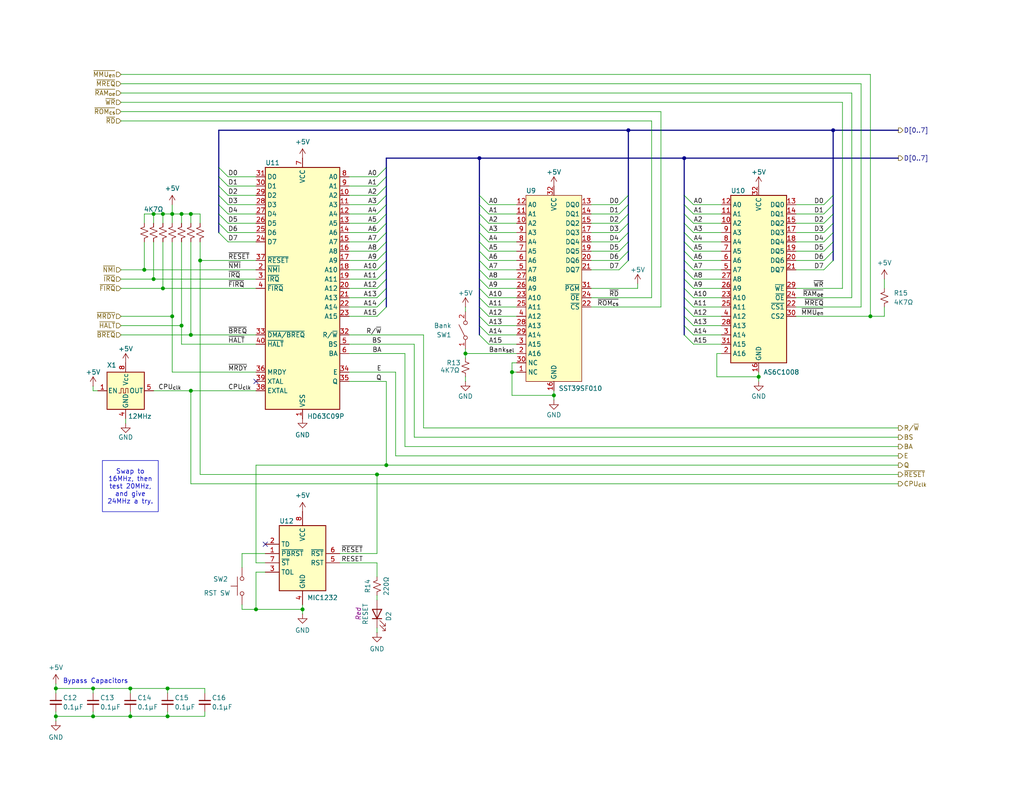
<source format=kicad_sch>
(kicad_sch (version 20250114) (generator "eeschema") (generator_version "9.0")
  (paper "USLetter")
  (title_block (company "Frédéric \"MicroHobbyist\" Segard"))
  (lib_symbols
    (symbol "CPU_NXP_6800:MC6809"
      (property "Reference" "U" (at -7.62 34.29 0))
      (property "Value" "MC6809" (at 10.16 34.29 0))
      (symbol "MC6809_0_1"
        (rectangle (start -10.16 -33.02) (end 10.16 33.02) (stroke (width 0.254)) (fill (type background)))
      )
      (symbol "MC6809_1_1"
        (pin bidirectional line (at -12.7 30.48 0) (length 2.54) (name "D0") (number "31"))
        (pin bidirectional line (at -12.7 27.94 0) (length 2.54) (name "D1") (number "30"))
        (pin bidirectional line (at -12.7 25.4 0) (length 2.54) (name "D2") (number "29"))
        (pin bidirectional line (at -12.7 22.86 0) (length 2.54) (name "D3") (number "28"))
        (pin bidirectional line (at -12.7 20.32 0) (length 2.54) (name "D4") (number "27"))
        (pin bidirectional line (at -12.7 17.78 0) (length 2.54) (name "D5") (number "26"))
        (pin bidirectional line (at -12.7 15.24 0) (length 2.54) (name "D6") (number "25"))
        (pin bidirectional line (at -12.7 12.7 0) (length 2.54) (name "D7") (number "24"))
        (pin input line (at -12.7 7.62 0) (length 2.54) (name "~{RESET}") (number "37"))
        (pin input line (at -12.7 5.08 0) (length 2.54) (name "~{NMI}") (number "2"))
        (pin input line (at -12.7 2.54 0) (length 2.54) (name "~{IRQ}") (number "3"))
        (pin input line (at -12.7 0 0) (length 2.54) (name "~{FIRQ}") (number "4"))
        (pin input line (at -12.7 -12.7 0) (length 2.54) (name "~{DMA/BREQ}") (number "33"))
        (pin input line (at -12.7 -15.24 0) (length 2.54) (name "~{HALT}") (number "40"))
        (pin input line (at -12.7 -22.86 0) (length 2.54) (name "MRDY") (number "36"))
        (pin input line (at -12.7 -25.4 0) (length 2.54) (name "XTAL") (number "39"))
        (pin input line (at -12.7 -27.94 0) (length 2.54) (name "EXTAL") (number "38"))
        (pin power_in line (at 0 35.56 270) (length 2.54) (name "VCC") (number "7"))
        (pin power_in line (at 0 -35.56 90) (length 2.54) (name "VSS") (number "1"))
        (pin output line (at 12.7 30.48 180) (length 2.54) (name "A0") (number "8"))
        (pin output line (at 12.7 27.94 180) (length 2.54) (name "A1") (number "9"))
        (pin output line (at 12.7 25.4 180) (length 2.54) (name "A2") (number "10"))
        (pin output line (at 12.7 22.86 180) (length 2.54) (name "A3") (number "11"))
        (pin output line (at 12.7 20.32 180) (length 2.54) (name "A4") (number "12"))
        (pin output line (at 12.7 17.78 180) (length 2.54) (name "A5") (number "13"))
        (pin output line (at 12.7 15.24 180) (length 2.54) (name "A6") (number "14"))
        (pin output line (at 12.7 12.7 180) (length 2.54) (name "A7") (number "15"))
        (pin output line (at 12.7 10.16 180) (length 2.54) (name "A8") (number "16"))
        (pin output line (at 12.7 7.62 180) (length 2.54) (name "A9") (number "17"))
        (pin output line (at 12.7 5.08 180) (length 2.54) (name "A10") (number "18"))
        (pin output line (at 12.7 2.54 180) (length 2.54) (name "A11") (number "19"))
        (pin output line (at 12.7 0 180) (length 2.54) (name "A12") (number "20"))
        (pin output line (at 12.7 -2.54 180) (length 2.54) (name "A13") (number "21"))
        (pin output line (at 12.7 -5.08 180) (length 2.54) (name "A14") (number "22"))
        (pin output line (at 12.7 -7.62 180) (length 2.54) (name "A15") (number "23"))
        (pin output line (at 12.7 -12.7 180) (length 2.54) (name "R/~{W}") (number "32"))
        (pin output line (at 12.7 -15.24 180) (length 2.54) (name "BS") (number "5"))
        (pin output line (at 12.7 -17.78 180) (length 2.54) (name "BA") (number "6"))
        (pin output line (at 12.7 -22.86 180) (length 2.54) (name "E") (number "34"))
        (pin output line (at 12.7 -25.4 180) (length 2.54) (name "Q") (number "35"))
      )
    )
    (symbol "Device:C_Small" (pin_numbers (hide yes)) (pin_names (offset 0.254) (hide yes))
      (property "Reference" "C" (at 0.254 1.778 0))
      (property "Value" "C_Small" (at 0.254 -2.032 0))
      (symbol "C_Small_0_1"
        (polyline (pts (xy -1.524 0.508) (xy 1.524 0.508)) (stroke (width 0.3048)))
        (polyline (pts (xy -1.524 -0.508) (xy 1.524 -0.508)) (stroke (width 0.3302)))
      )
      (symbol "C_Small_1_1"
        (pin passive line (at 0 2.54 270) (length 2.032) (name "~") (number "1"))
        (pin passive line (at 0 -2.54 90) (length 2.032) (name "~") (number "2"))
      )
    )
    (symbol "Device:LED" (pin_numbers (hide yes)) (pin_names (offset 1.016) (hide yes))
      (property "Reference" "D" (at 0 2.54 0))
      (property "Value" "LED" (at 0 -2.54 0))
      (symbol "LED_0_1"
        (polyline (pts (xy -3.048 -0.762) (xy -4.572 -2.286) (xy -3.81 -2.286) (xy -4.572 -2.286) (xy -4.572 -1.524)))
        (polyline (pts (xy -1.778 -0.762) (xy -3.302 -2.286) (xy -2.54 -2.286) (xy -3.302 -2.286) (xy -3.302 -1.524)))
        (polyline (pts (xy -1.27 0) (xy 1.27 0)))
        (polyline (pts (xy -1.27 -1.27) (xy -1.27 1.27)) (stroke (width 0.254)))
        (polyline (pts (xy 1.27 -1.27) (xy 1.27 1.27) (xy -1.27 0) (xy 1.27 -1.27)) (stroke (width 0.254)))
      )
      (symbol "LED_1_1"
        (pin passive line (at -3.81 0 0) (length 2.54) (name "K") (number "1"))
        (pin passive line (at 3.81 0 180) (length 2.54) (name "A") (number "2"))
      )
    )
    (symbol "Device:R_Small_US" (pin_numbers (hide yes)) (pin_names (offset 0.254) (hide yes))
      (property "Reference" "R" (at 0.762 0.508 0))
      (property "Value" "R_Small_US" (at 0.762 -1.016 0))
      (symbol "R_Small_US_1_1"
        (polyline (pts (xy 0 1.524) (xy 1.016 1.143) (xy 0 0.762) (xy -1.016 0.381) (xy 0 0)))
        (polyline (pts (xy 0 0) (xy 1.016 -0.381) (xy 0 -0.762) (xy -1.016 -1.143) (xy 0 -1.524)))
        (pin passive line (at 0 2.54 270) (length 1.016) (name "~") (number "1"))
        (pin passive line (at 0 -2.54 90) (length 1.016) (name "~") (number "2"))
      )
    )
    (symbol "MicroHobbyist:AS6C1008"
      (property "Reference" "U" (at -7.62 23.495 0))
      (property "Value" "AS6C1008" (at 1.27 -25.4 0))
      (symbol "AS6C1008_0_0"
        (pin power_in line (at 0 25.4 270) (length 2.54) (name "VCC") (number "32"))
        (pin power_in line (at 0 -25.4 90) (length 2.54) (name "GND") (number "16"))
      )
      (symbol "AS6C1008_0_1"
        (rectangle (start -7.62 22.86) (end 7.62 -22.86) (stroke (width 0.254)) (fill (type background)))
      )
      (symbol "AS6C1008_1_1"
        (pin input line (at -10.16 20.32 0) (length 2.54) (name "A0") (number "12"))
        (pin input line (at -10.16 17.78 0) (length 2.54) (name "A1") (number "11"))
        (pin input line (at -10.16 15.24 0) (length 2.54) (name "A2") (number "10"))
        (pin input line (at -10.16 12.7 0) (length 2.54) (name "A3") (number "9"))
        (pin input line (at -10.16 10.16 0) (length 2.54) (name "A4") (number "8"))
        (pin input line (at -10.16 7.62 0) (length 2.54) (name "A5") (number "7"))
        (pin input line (at -10.16 5.08 0) (length 2.54) (name "A6") (number "6"))
        (pin input line (at -10.16 2.54 0) (length 2.54) (name "A7") (number "5"))
        (pin input line (at -10.16 0 0) (length 2.54) (name "A8") (number "27"))
        (pin input line (at -10.16 -2.54 0) (length 2.54) (name "A9") (number "26"))
        (pin input line (at -10.16 -5.08 0) (length 2.54) (name "A10") (number "23"))
        (pin input line (at -10.16 -7.62 0) (length 2.54) (name "A11") (number "25"))
        (pin input line (at -10.16 -10.16 0) (length 2.54) (name "A12") (number "4"))
        (pin input line (at -10.16 -12.7 0) (length 2.54) (name "A13") (number "28"))
        (pin input line (at -10.16 -15.24 0) (length 2.54) (name "A14") (number "3"))
        (pin input line (at -10.16 -17.78 0) (length 2.54) (name "A15") (number "31"))
        (pin input line (at -10.16 -20.32 0) (length 2.54) (name "A16") (number "2"))
        (pin tri_state line (at 10.16 20.32 180) (length 2.54) (name "DQ0") (number "13"))
        (pin tri_state line (at 10.16 17.78 180) (length 2.54) (name "DQ1") (number "14"))
        (pin tri_state line (at 10.16 15.24 180) (length 2.54) (name "DQ2") (number "15"))
        (pin tri_state line (at 10.16 12.7 180) (length 2.54) (name "DQ3") (number "17"))
        (pin tri_state line (at 10.16 10.16 180) (length 2.54) (name "DQ4") (number "18"))
        (pin tri_state line (at 10.16 7.62 180) (length 2.54) (name "DQ5") (number "19"))
        (pin tri_state line (at 10.16 5.08 180) (length 2.54) (name "DQ6") (number "20"))
        (pin tri_state line (at 10.16 2.54 180) (length 2.54) (name "DQ7") (number "21"))
        (pin input line (at 10.16 -2.54 180) (length 2.54) (name "~{WE}") (number "29"))
        (pin input line (at 10.16 -5.08 180) (length 2.54) (name "~{OE}") (number "24"))
        (pin input line (at 10.16 -7.62 180) (length 2.54) (name "~{CS1}") (number "22"))
        (pin input line (at 10.16 -10.16 180) (length 2.54) (name "CS2") (number "30"))
        (pin no_connect line (at 10.16 -20.32 180) (length 2.54) (hide yes) (name "NC") (number "1"))
      )
    )
    (symbol "MicroHobbyist:MIC1232"
      (property "Reference" "U" (at -5.842 1.016 0))
      (property "Value" "MIC1232" (at 4.826 -19.558 0))
      (symbol "MIC1232_1_1"
        (rectangle (start -6.35 0) (end 6.35 -17.78) (stroke (width 0.254)) (fill (type background)))
        (pin input line (at -10.16 -5.08 0) (length 3.81) (name "TD") (number "2"))
        (pin input line (at -10.16 -7.62 0) (length 3.81) (name "~{PBRST}") (number "1"))
        (pin input line (at -10.16 -10.16 0) (length 3.81) (name "~{ST}") (number "7"))
        (pin input line (at -10.16 -12.7 0) (length 3.81) (name "TOL") (number "3"))
        (pin power_in line (at 0 3.81 270) (length 3.81) (name "VCC") (number "8"))
        (pin power_in line (at 0 -21.59 90) (length 3.81) (name "GND") (number "4"))
        (pin output line (at 10.16 -7.62 180) (length 3.81) (name "~{RST}") (number "6"))
        (pin output line (at 10.16 -10.16 180) (length 3.81) (name "RST") (number "5"))
      )
    )
    (symbol "MicroHobbyist:SST39SF010"
      (property "Reference" "U" (at -7.62 0 0))
      (property "Value" "SST39SF010" (at 1.27 0 0))
      (symbol "SST39SF010_0_0"
        (pin power_in line (at 0 2.54 270) (length 2.54) (name "VCC") (number "32"))
        (pin power_in line (at 0 -53.34 90) (length 2.54) (name "GND") (number "16"))
      )
      (symbol "SST39SF010_0_1"
        (rectangle (start -7.62 0) (end 7.62 -50.8) (fill (type background)))
      )
      (symbol "SST39SF010_1_1"
        (pin input line (at -10.16 -2.54 0) (length 2.54) (name "A0") (number "12"))
        (pin input line (at -10.16 -5.08 0) (length 2.54) (name "A1") (number "11"))
        (pin input line (at -10.16 -7.62 0) (length 2.54) (name "A2") (number "10"))
        (pin input line (at -10.16 -10.16 0) (length 2.54) (name "A3") (number "9"))
        (pin input line (at -10.16 -12.7 0) (length 2.54) (name "A4") (number "8"))
        (pin input line (at -10.16 -15.24 0) (length 2.54) (name "A5") (number "7"))
        (pin input line (at -10.16 -17.78 0) (length 2.54) (name "A6") (number "6"))
        (pin input line (at -10.16 -20.32 0) (length 2.54) (name "A7") (number "5"))
        (pin input line (at -10.16 -22.86 0) (length 2.54) (name "A8") (number "27"))
        (pin input line (at -10.16 -25.4 0) (length 2.54) (name "A9") (number "26"))
        (pin input line (at -10.16 -27.94 0) (length 2.54) (name "A10") (number "23"))
        (pin input line (at -10.16 -30.48 0) (length 2.54) (name "A11") (number "25"))
        (pin input line (at -10.16 -33.02 0) (length 2.54) (name "A12") (number "4"))
        (pin input line (at -10.16 -35.56 0) (length 2.54) (name "A13") (number "28"))
        (pin input line (at -10.16 -38.1 0) (length 2.54) (name "A14") (number "29"))
        (pin input line (at -10.16 -40.64 0) (length 2.54) (name "A15") (number "3"))
        (pin input line (at -10.16 -43.18 0) (length 2.54) (name "A16") (number "2"))
        (pin input line (at -10.16 -45.72 0) (length 2.54) (name "NC") (number "30"))
        (pin input line (at -10.16 -48.26 0) (length 2.54) (name "NC") (number "1"))
        (pin tri_state line (at 10.16 -2.54 180) (length 2.54) (name "DQ0") (number "13"))
        (pin tri_state line (at 10.16 -5.08 180) (length 2.54) (name "DQ1") (number "14"))
        (pin tri_state line (at 10.16 -7.62 180) (length 2.54) (name "DQ2") (number "15"))
        (pin tri_state line (at 10.16 -10.16 180) (length 2.54) (name "DQ3") (number "17"))
        (pin tri_state line (at 10.16 -12.7 180) (length 2.54) (name "DQ4") (number "18"))
        (pin tri_state line (at 10.16 -15.24 180) (length 2.54) (name "DQ5") (number "19"))
        (pin tri_state line (at 10.16 -17.78 180) (length 2.54) (name "DQ6") (number "20"))
        (pin tri_state line (at 10.16 -20.32 180) (length 2.54) (name "DQ7") (number "21"))
        (pin input line (at 10.16 -25.4 180) (length 2.54) (name "~{PGM}") (number "31"))
        (pin input line (at 10.16 -27.94 180) (length 2.54) (name "~{OE}") (number "24"))
        (pin input line (at 10.16 -30.48 180) (length 2.54) (name "~{CS}") (number "22"))
      )
    )
    (symbol "Oscillator:CXO_DIP8" (pin_names (offset 0.254))
      (property "Reference" "Y" (at -5.08 6.35 0))
      (property "Value" "CXO_DIP8" (at 1.27 -6.35 0))
      (symbol "CXO_DIP8_0_1"
        (rectangle (start -5.08 5.08) (end 5.08 -5.08) (stroke (width 0.254)) (fill (type background)))
        (polyline (pts (xy -1.905 -0.635) (xy -1.27 -0.635) (xy -1.27 0.635) (xy -0.635 0.635) (xy -0.635 -0.635) (xy 0 -0.635) (xy 0 0.635) (xy 0.635 0.635) (xy 0.635 -0.635)))
      )
      (symbol "CXO_DIP8_1_1"
        (pin input line (at -7.62 0 0) (length 2.54) (name "EN") (number "1"))
        (pin power_in line (at 0 7.62 270) (length 2.54) (name "Vcc") (number "8"))
        (pin power_in line (at 0 -7.62 90) (length 2.54) (name "GND") (number "4"))
        (pin output line (at 7.62 0 180) (length 2.54) (name "OUT") (number "5"))
      )
    )
    (symbol "Switch:SW_Push" (pin_numbers (hide yes)) (pin_names (offset 1.016) (hide yes))
      (property "Reference" "SW" (at 1.27 2.54 0))
      (property "Value" "SW_Push" (at 0 -1.524 0))
      (symbol "SW_Push_0_1"
        (circle (center -2.032 0) (radius 0.508))
        (polyline (pts (xy 0 1.27) (xy 0 3.048)))
        (circle (center 2.032 0) (radius 0.508))
        (polyline (pts (xy 2.54 1.27) (xy -2.54 1.27)))
        (pin passive line (at -5.08 0 0) (length 2.54) (name "1") (number "1"))
        (pin passive line (at 5.08 0 180) (length 2.54) (name "2") (number "2"))
      )
    )
    (symbol "Switch:SW_SPST" (pin_names (offset 0) (hide yes))
      (property "Reference" "SW" (at 0 3.175 0))
      (property "Value" "SW_SPST" (at 0 -2.54 0))
      (symbol "SW_SPST_0_0"
        (circle (center -2.032 0) (radius 0.508))
        (polyline (pts (xy -1.524 0.254) (xy 1.524 1.778)))
        (circle (center 2.032 0) (radius 0.508))
      )
      (symbol "SW_SPST_1_1"
        (pin passive line (at -5.08 0 0) (length 2.54) (name "A") (number "1"))
        (pin passive line (at 5.08 0 180) (length 2.54) (name "B") (number "2"))
      )
    )
    (symbol "power:+5V" (power) (pin_numbers (hide yes)) (pin_names (offset 0) (hide yes))
      (property "Value" "+5V" (at 0 3.556 0))
      (symbol "+5V_0_1"
        (polyline (pts (xy -0.762 1.27) (xy 0 2.54)))
        (polyline (pts (xy 0 2.54) (xy 0.762 1.27)))
        (polyline (pts (xy 0 0) (xy 0 2.54)))
      )
      (symbol "+5V_1_1"
        (pin power_in line (at 0 0 90) (length 0) (name "~") (number "1"))
      )
    )
    (symbol "power:GND" (power) (pin_numbers (hide yes)) (pin_names (offset 0) (hide yes))
      (property "Value" "GND" (at 0 -3.81 0))
      (symbol "GND_0_1"
        (polyline (pts (xy 0 0) (xy 0 -1.27) (xy 1.27 -1.27) (xy 0 -2.54) (xy -1.27 -1.27) (xy 0 -1.27)))
      )
      (symbol "GND_1_1"
        (pin power_in line (at 0 0 270) (length 0) (name "~") (number "1"))
      )
    )
  )
  (text "Bypass Capacitors" (at 17.145 186.055 0) (effects (font (size 1.27 1.27)) (justify left)))
  (text_box "Swap to 16MHz, then test 20MHz, and give 24MHz a try." (at 27.94 125.73 0) (size 15.24 13.97) (margins 0.9525 0.9525 0.9525 0.9525) (effects (font (size 1.27 1.27))))
  (junction (at 15.24 187.96))
  (junction (at 237.49 86.36))
  (junction (at 227.33 35.56))
  (junction (at 52.07 91.44))
  (junction (at 52.07 106.68))
  (junction (at 44.45 58.42))
  (junction (at 46.99 58.42))
  (junction (at 15.24 195.58))
  (junction (at 207.01 102.87))
  (junction (at 127 96.52))
  (junction (at 54.61 71.12))
  (junction (at 45.72 195.58))
  (junction (at 45.72 187.96))
  (junction (at 82.55 166.37))
  (junction (at 39.37 73.66))
  (junction (at 139.7 101.6))
  (junction (at 49.53 88.9))
  (junction (at 105.41 127))
  (junction (at 186.69 43.18))
  (junction (at 46.99 86.36))
  (junction (at 35.56 187.96))
  (junction (at 52.07 58.42))
  (junction (at 69.85 166.37))
  (junction (at 171.45 35.56))
  (junction (at 151.13 107.95))
  (junction (at 44.45 78.74))
  (junction (at 130.81 43.18))
  (junction (at 25.4 187.96))
  (junction (at 102.87 129.54))
  (junction (at 35.56 195.58))
  (junction (at 25.4 195.58))
  (junction (at 41.91 58.42))
  (junction (at 41.91 76.2))
  (junction (at 49.53 58.42))
  (no_connect (at 72.39 148.59))
  (no_connect (at 69.85 104.14))
  (bus_entry (at 186.69 83.82) (size 2.54 2.54))
  (bus_entry (at 130.81 81.28) (size 2.54 2.54))
  (bus_entry (at 59.69 50.8) (size 2.54 2.54))
  (bus_entry (at 171.45 55.88) (size -2.54 2.54))
  (bus_entry (at 130.81 86.36) (size 2.54 2.54))
  (bus_entry (at 59.69 60.96) (size 2.54 2.54))
  (bus_entry (at 227.33 66.04) (size -2.54 2.54))
  (bus_entry (at 130.81 58.42) (size 2.54 2.54))
  (bus_entry (at 102.87 63.5) (size 2.54 -2.54))
  (bus_entry (at 102.87 83.82) (size 2.54 -2.54))
  (bus_entry (at 102.87 81.28) (size 2.54 -2.54))
  (bus_entry (at 102.87 58.42) (size 2.54 -2.54))
  (bus_entry (at 168.91 55.88) (size 2.54 -2.54))
  (bus_entry (at 130.81 53.34) (size 2.54 2.54))
  (bus_entry (at 59.69 53.34) (size 2.54 2.54))
  (bus_entry (at 171.45 71.12) (size -2.54 2.54))
  (bus_entry (at 171.45 60.96) (size -2.54 2.54))
  (bus_entry (at 130.81 73.66) (size 2.54 2.54))
  (bus_entry (at 171.45 63.5) (size -2.54 2.54))
  (bus_entry (at 186.69 73.66) (size 2.54 2.54))
  (bus_entry (at 59.69 58.42) (size 2.54 2.54))
  (bus_entry (at 186.69 86.36) (size 2.54 2.54))
  (bus_entry (at 186.69 71.12) (size 2.54 2.54))
  (bus_entry (at 130.81 71.12) (size 2.54 2.54))
  (bus_entry (at 186.69 78.74) (size 2.54 2.54))
  (bus_entry (at 171.45 58.42) (size -2.54 2.54))
  (bus_entry (at 102.87 78.74) (size 2.54 -2.54))
  (bus_entry (at 102.87 53.34) (size 2.54 -2.54))
  (bus_entry (at 130.81 68.58) (size 2.54 2.54))
  (bus_entry (at 227.33 71.12) (size -2.54 2.54))
  (bus_entry (at 186.69 53.34) (size 2.54 2.54))
  (bus_entry (at 186.69 68.58) (size 2.54 2.54))
  (bus_entry (at 186.69 66.04) (size 2.54 2.54))
  (bus_entry (at 186.69 55.88) (size 2.54 2.54))
  (bus_entry (at 171.45 68.58) (size -2.54 2.54))
  (bus_entry (at 186.69 60.96) (size 2.54 2.54))
  (bus_entry (at 130.81 60.96) (size 2.54 2.54))
  (bus_entry (at 102.87 48.26) (size 2.54 -2.54))
  (bus_entry (at 59.69 48.26) (size 2.54 2.54))
  (bus_entry (at 186.69 63.5) (size 2.54 2.54))
  (bus_entry (at 59.69 63.5) (size 2.54 2.54))
  (bus_entry (at 130.81 63.5) (size 2.54 2.54))
  (bus_entry (at 102.87 76.2) (size 2.54 -2.54))
  (bus_entry (at 171.45 66.04) (size -2.54 2.54))
  (bus_entry (at 102.87 68.58) (size 2.54 -2.54))
  (bus_entry (at 130.81 88.9) (size 2.54 2.54))
  (bus_entry (at 102.87 50.8) (size 2.54 -2.54))
  (bus_entry (at 227.33 55.88) (size -2.54 2.54))
  (bus_entry (at 102.87 73.66) (size 2.54 -2.54))
  (bus_entry (at 227.33 58.42) (size -2.54 2.54))
  (bus_entry (at 130.81 83.82) (size 2.54 2.54))
  (bus_entry (at 59.69 45.72) (size 2.54 2.54))
  (bus_entry (at 227.33 60.96) (size -2.54 2.54))
  (bus_entry (at 102.87 66.04) (size 2.54 -2.54))
  (bus_entry (at 130.81 66.04) (size 2.54 2.54))
  (bus_entry (at 59.69 55.88) (size 2.54 2.54))
  (bus_entry (at 102.87 55.88) (size 2.54 -2.54))
  (bus_entry (at 102.87 71.12) (size 2.54 -2.54))
  (bus_entry (at 102.87 60.96) (size 2.54 -2.54))
  (bus_entry (at 130.81 78.74) (size 2.54 2.54))
  (bus_entry (at 130.81 55.88) (size 2.54 2.54))
  (bus_entry (at 186.69 76.2) (size 2.54 2.54))
  (bus_entry (at 186.69 81.28) (size 2.54 2.54))
  (bus_entry (at 224.79 55.88) (size 2.54 -2.54))
  (bus_entry (at 130.81 91.44) (size 2.54 2.54))
  (bus_entry (at 227.33 68.58) (size -2.54 2.54))
  (bus_entry (at 186.69 58.42) (size 2.54 2.54))
  (bus_entry (at 227.33 63.5) (size -2.54 2.54))
  (bus_entry (at 186.69 88.9) (size 2.54 2.54))
  (bus_entry (at 102.87 86.36) (size 2.54 -2.54))
  (bus_entry (at 130.81 76.2) (size 2.54 2.54))
  (bus_entry (at 186.69 91.44) (size 2.54 2.54))
  (wire (pts (xy 102.87 163.83) (xy 102.87 162.56)))
  (wire (pts (xy 46.99 101.6) (xy 69.85 101.6)))
  (wire (pts (xy 195.58 96.52) (xy 196.85 96.52)))
  (wire (pts (xy 92.71 153.67) (xy 102.87 153.67)))
  (wire (pts (xy 105.41 127) (xy 245.11 127)))
  (wire (pts (xy 189.23 73.66) (xy 196.85 73.66)))
  (bus (pts (xy 171.45 60.96) (xy 171.45 63.5)))
  (bus (pts (xy 130.81 86.36) (xy 130.81 88.9)))
  (wire (pts (xy 41.91 58.42) (xy 39.37 58.42)))
  (wire (pts (xy 161.29 78.74) (xy 173.99 78.74)))
  (wire (pts (xy 105.41 104.14) (xy 105.41 127)))
  (bus (pts (xy 130.81 60.96) (xy 130.81 63.5)))
  (bus (pts (xy 105.41 78.74) (xy 105.41 81.28)))
  (wire (pts (xy 25.4 195.58) (xy 35.56 195.58)))
  (bus (pts (xy 105.41 58.42) (xy 105.41 60.96)))
  (wire (pts (xy 95.25 60.96) (xy 102.87 60.96)))
  (wire (pts (xy 95.25 71.12) (xy 102.87 71.12)))
  (wire (pts (xy 95.25 66.04) (xy 102.87 66.04)))
  (wire (pts (xy 54.61 60.96) (xy 54.61 58.42)))
  (bus (pts (xy 227.33 55.88) (xy 227.33 58.42)))
  (wire (pts (xy 224.79 55.88) (xy 217.17 55.88)))
  (bus (pts (xy 130.81 43.18) (xy 130.81 53.34)))
  (wire (pts (xy 133.35 81.28) (xy 140.97 81.28)))
  (wire (pts (xy 95.25 48.26) (xy 102.87 48.26)))
  (wire (pts (xy 151.13 106.68) (xy 151.13 107.95)))
  (wire (pts (xy 133.35 63.5) (xy 140.97 63.5)))
  (wire (pts (xy 224.79 60.96) (xy 217.17 60.96)))
  (wire (pts (xy 33.02 86.36) (xy 46.99 86.36)))
  (wire (pts (xy 46.99 66.04) (xy 46.99 86.36)))
  (wire (pts (xy 25.4 194.31) (xy 25.4 195.58)))
  (bus (pts (xy 186.69 55.88) (xy 186.69 58.42)))
  (bus (pts (xy 59.69 35.56) (xy 171.45 35.56)))
  (bus (pts (xy 105.41 73.66) (xy 105.41 76.2)))
  (bus (pts (xy 171.45 58.42) (xy 171.45 60.96)))
  (wire (pts (xy 49.53 88.9) (xy 49.53 93.98)))
  (wire (pts (xy 168.91 63.5) (xy 161.29 63.5)))
  (wire (pts (xy 102.87 153.67) (xy 102.87 157.48)))
  (wire (pts (xy 95.25 63.5) (xy 102.87 63.5)))
  (wire (pts (xy 195.58 102.87) (xy 207.01 102.87)))
  (wire (pts (xy 189.23 81.28) (xy 196.85 81.28)))
  (wire (pts (xy 33.02 76.2) (xy 41.91 76.2)))
  (wire (pts (xy 44.45 58.42) (xy 41.91 58.42)))
  (wire (pts (xy 52.07 106.68) (xy 69.85 106.68)))
  (wire (pts (xy 52.07 132.08) (xy 245.11 132.08)))
  (wire (pts (xy 35.56 187.96) (xy 35.56 189.23)))
  (wire (pts (xy 224.79 71.12) (xy 217.17 71.12)))
  (wire (pts (xy 241.3 83.82) (xy 241.3 86.36)))
  (wire (pts (xy 95.25 68.58) (xy 102.87 68.58)))
  (wire (pts (xy 33.02 91.44) (xy 52.07 91.44)))
  (bus (pts (xy 186.69 73.66) (xy 186.69 76.2)))
  (wire (pts (xy 95.25 73.66) (xy 102.87 73.66)))
  (wire (pts (xy 62.23 55.88) (xy 69.85 55.88)))
  (wire (pts (xy 133.35 83.82) (xy 140.97 83.82)))
  (bus (pts (xy 186.69 81.28) (xy 186.69 83.82)))
  (bus (pts (xy 130.81 58.42) (xy 130.81 60.96)))
  (wire (pts (xy 189.23 66.04) (xy 196.85 66.04)))
  (wire (pts (xy 95.25 86.36) (xy 102.87 86.36)))
  (wire (pts (xy 133.35 78.74) (xy 140.97 78.74)))
  (wire (pts (xy 232.41 81.28) (xy 232.41 25.4)))
  (bus (pts (xy 186.69 63.5) (xy 186.69 66.04)))
  (bus (pts (xy 105.41 71.12) (xy 105.41 73.66)))
  (wire (pts (xy 139.7 99.06) (xy 139.7 101.6)))
  (bus (pts (xy 105.41 43.18) (xy 130.81 43.18)))
  (wire (pts (xy 33.02 88.9) (xy 49.53 88.9)))
  (bus (pts (xy 130.81 78.74) (xy 130.81 81.28)))
  (wire (pts (xy 102.87 172.72) (xy 102.87 171.45)))
  (wire (pts (xy 45.72 195.58) (xy 55.88 195.58)))
  (wire (pts (xy 25.4 187.96) (xy 35.56 187.96)))
  (wire (pts (xy 207.01 104.14) (xy 207.01 102.87)))
  (wire (pts (xy 49.53 58.42) (xy 52.07 58.42)))
  (bus (pts (xy 105.41 45.72) (xy 105.41 48.26)))
  (wire (pts (xy 39.37 73.66) (xy 69.85 73.66)))
  (wire (pts (xy 161.29 81.28) (xy 177.8 81.28)))
  (wire (pts (xy 217.17 81.28) (xy 232.41 81.28)))
  (wire (pts (xy 133.35 93.98) (xy 140.97 93.98)))
  (wire (pts (xy 46.99 58.42) (xy 46.99 60.96)))
  (wire (pts (xy 241.3 76.2) (xy 241.3 78.74)))
  (wire (pts (xy 189.23 86.36) (xy 196.85 86.36)))
  (bus (pts (xy 186.69 66.04) (xy 186.69 68.58)))
  (wire (pts (xy 44.45 58.42) (xy 44.45 60.96)))
  (wire (pts (xy 133.35 91.44) (xy 140.97 91.44)))
  (bus (pts (xy 186.69 60.96) (xy 186.69 63.5)))
  (wire (pts (xy 46.99 55.88) (xy 46.99 58.42)))
  (bus (pts (xy 171.45 66.04) (xy 171.45 68.58)))
  (wire (pts (xy 217.17 83.82) (xy 234.95 83.82)))
  (bus (pts (xy 171.45 35.56) (xy 171.45 53.34)))
  (wire (pts (xy 15.24 187.96) (xy 15.24 189.23)))
  (bus (pts (xy 186.69 43.18) (xy 245.11 43.18)))
  (bus (pts (xy 105.41 76.2) (xy 105.41 78.74)))
  (wire (pts (xy 35.56 194.31) (xy 35.56 195.58)))
  (wire (pts (xy 62.23 53.34) (xy 69.85 53.34)))
  (wire (pts (xy 115.57 116.84) (xy 245.11 116.84)))
  (wire (pts (xy 55.88 194.31) (xy 55.88 195.58)))
  (wire (pts (xy 133.35 66.04) (xy 140.97 66.04)))
  (wire (pts (xy 69.85 166.37) (xy 82.55 166.37)))
  (wire (pts (xy 237.49 86.36) (xy 237.49 20.32)))
  (wire (pts (xy 49.53 66.04) (xy 49.53 88.9)))
  (wire (pts (xy 217.17 78.74) (xy 229.87 78.74)))
  (wire (pts (xy 69.85 156.21) (xy 69.85 166.37)))
  (wire (pts (xy 95.25 58.42) (xy 102.87 58.42)))
  (wire (pts (xy 25.4 187.96) (xy 25.4 189.23)))
  (wire (pts (xy 62.23 60.96) (xy 69.85 60.96)))
  (wire (pts (xy 45.72 187.96) (xy 55.88 187.96)))
  (wire (pts (xy 33.02 78.74) (xy 44.45 78.74)))
  (bus (pts (xy 105.41 43.18) (xy 105.41 45.72)))
  (bus (pts (xy 130.81 68.58) (xy 130.81 71.12)))
  (wire (pts (xy 15.24 187.96) (xy 25.4 187.96)))
  (wire (pts (xy 95.25 91.44) (xy 115.57 91.44)))
  (wire (pts (xy 34.29 115.57) (xy 34.29 114.3)))
  (wire (pts (xy 95.25 93.98) (xy 113.03 93.98)))
  (wire (pts (xy 82.55 167.64) (xy 82.55 166.37)))
  (wire (pts (xy 52.07 66.04) (xy 52.07 91.44)))
  (wire (pts (xy 95.25 55.88) (xy 102.87 55.88)))
  (wire (pts (xy 46.99 58.42) (xy 44.45 58.42)))
  (wire (pts (xy 41.91 58.42) (xy 41.91 60.96)))
  (wire (pts (xy 127 95.25) (xy 127 96.52)))
  (bus (pts (xy 171.45 35.56) (xy 227.33 35.56)))
  (wire (pts (xy 234.95 83.82) (xy 234.95 22.86)))
  (wire (pts (xy 95.25 96.52) (xy 110.49 96.52)))
  (bus (pts (xy 186.69 71.12) (xy 186.69 73.66)))
  (bus (pts (xy 171.45 53.34) (xy 171.45 55.88)))
  (wire (pts (xy 173.99 77.47) (xy 173.99 78.74)))
  (wire (pts (xy 102.87 129.54) (xy 245.11 129.54)))
  (wire (pts (xy 62.23 50.8) (xy 69.85 50.8)))
  (wire (pts (xy 54.61 66.04) (xy 54.61 71.12)))
  (bus (pts (xy 130.81 71.12) (xy 130.81 73.66)))
  (wire (pts (xy 224.79 66.04) (xy 217.17 66.04)))
  (bus (pts (xy 59.69 35.56) (xy 59.69 45.72)))
  (wire (pts (xy 133.35 76.2) (xy 140.97 76.2)))
  (bus (pts (xy 227.33 35.56) (xy 245.11 35.56)))
  (wire (pts (xy 44.45 66.04) (xy 44.45 78.74)))
  (wire (pts (xy 168.91 71.12) (xy 161.29 71.12)))
  (wire (pts (xy 46.99 86.36) (xy 46.99 101.6)))
  (bus (pts (xy 227.33 68.58) (xy 227.33 71.12)))
  (wire (pts (xy 95.25 76.2) (xy 102.87 76.2)))
  (wire (pts (xy 207.01 102.87) (xy 207.01 101.6)))
  (bus (pts (xy 171.45 63.5) (xy 171.45 66.04)))
  (wire (pts (xy 69.85 127) (xy 69.85 153.67)))
  (wire (pts (xy 49.53 93.98) (xy 69.85 93.98)))
  (wire (pts (xy 66.04 151.13) (xy 72.39 151.13)))
  (wire (pts (xy 189.23 76.2) (xy 196.85 76.2)))
  (wire (pts (xy 69.85 127) (xy 105.41 127)))
  (wire (pts (xy 189.23 68.58) (xy 196.85 68.58)))
  (wire (pts (xy 133.35 58.42) (xy 140.97 58.42)))
  (bus (pts (xy 59.69 58.42) (xy 59.69 55.88)))
  (wire (pts (xy 115.57 91.44) (xy 115.57 116.84)))
  (wire (pts (xy 33.02 27.94) (xy 229.87 27.94)))
  (wire (pts (xy 62.23 58.42) (xy 69.85 58.42)))
  (wire (pts (xy 189.23 83.82) (xy 196.85 83.82)))
  (wire (pts (xy 195.58 96.52) (xy 195.58 102.87)))
  (wire (pts (xy 189.23 55.88) (xy 196.85 55.88)))
  (wire (pts (xy 25.4 105.41) (xy 25.4 106.68)))
  (wire (pts (xy 224.79 63.5) (xy 217.17 63.5)))
  (bus (pts (xy 186.69 53.34) (xy 186.69 55.88)))
  (bus (pts (xy 130.81 63.5) (xy 130.81 66.04)))
  (wire (pts (xy 189.23 63.5) (xy 196.85 63.5)))
  (bus (pts (xy 59.69 53.34) (xy 59.69 50.8)))
  (wire (pts (xy 133.35 71.12) (xy 140.97 71.12)))
  (wire (pts (xy 189.23 93.98) (xy 196.85 93.98)))
  (bus (pts (xy 105.41 53.34) (xy 105.41 55.88)))
  (bus (pts (xy 105.41 48.26) (xy 105.41 50.8)))
  (wire (pts (xy 66.04 166.37) (xy 69.85 166.37)))
  (wire (pts (xy 54.61 71.12) (xy 69.85 71.12)))
  (wire (pts (xy 133.35 88.9) (xy 140.97 88.9)))
  (bus (pts (xy 105.41 68.58) (xy 105.41 71.12)))
  (wire (pts (xy 15.24 195.58) (xy 25.4 195.58)))
  (wire (pts (xy 33.02 30.48) (xy 180.34 30.48)))
  (wire (pts (xy 127 83.82) (xy 127 85.09)))
  (bus (pts (xy 186.69 68.58) (xy 186.69 71.12)))
  (bus (pts (xy 105.41 81.28) (xy 105.41 83.82)))
  (wire (pts (xy 189.23 60.96) (xy 196.85 60.96)))
  (wire (pts (xy 180.34 83.82) (xy 180.34 30.48)))
  (bus (pts (xy 227.33 35.56) (xy 227.33 53.34)))
  (bus (pts (xy 105.41 50.8) (xy 105.41 53.34)))
  (bus (pts (xy 130.81 88.9) (xy 130.81 91.44)))
  (wire (pts (xy 95.25 101.6) (xy 107.95 101.6)))
  (wire (pts (xy 15.24 186.69) (xy 15.24 187.96)))
  (bus (pts (xy 59.69 63.5) (xy 59.69 60.96)))
  (bus (pts (xy 171.45 68.58) (xy 171.45 71.12)))
  (wire (pts (xy 189.23 58.42) (xy 196.85 58.42)))
  (bus (pts (xy 186.69 78.74) (xy 186.69 81.28)))
  (wire (pts (xy 62.23 66.04) (xy 69.85 66.04)))
  (wire (pts (xy 224.79 58.42) (xy 217.17 58.42)))
  (wire (pts (xy 95.25 83.82) (xy 102.87 83.82)))
  (wire (pts (xy 33.02 25.4) (xy 232.41 25.4)))
  (wire (pts (xy 168.91 60.96) (xy 161.29 60.96)))
  (wire (pts (xy 168.91 58.42) (xy 161.29 58.42)))
  (bus (pts (xy 105.41 63.5) (xy 105.41 66.04)))
  (bus (pts (xy 130.81 76.2) (xy 130.81 78.74)))
  (wire (pts (xy 110.49 96.52) (xy 110.49 121.92)))
  (wire (pts (xy 133.35 86.36) (xy 140.97 86.36)))
  (wire (pts (xy 45.72 187.96) (xy 45.72 189.23)))
  (bus (pts (xy 59.69 50.8) (xy 59.69 48.26)))
  (bus (pts (xy 130.81 55.88) (xy 130.81 58.42)))
  (wire (pts (xy 82.55 166.37) (xy 82.55 165.1)))
  (wire (pts (xy 69.85 153.67) (xy 72.39 153.67)))
  (bus (pts (xy 227.33 60.96) (xy 227.33 63.5)))
  (bus (pts (xy 130.81 81.28) (xy 130.81 83.82)))
  (wire (pts (xy 189.23 78.74) (xy 196.85 78.74)))
  (wire (pts (xy 46.99 58.42) (xy 49.53 58.42)))
  (wire (pts (xy 39.37 66.04) (xy 39.37 73.66)))
  (wire (pts (xy 110.49 121.92) (xy 245.11 121.92)))
  (bus (pts (xy 186.69 86.36) (xy 186.69 88.9)))
  (wire (pts (xy 52.07 58.42) (xy 52.07 60.96)))
  (wire (pts (xy 139.7 101.6) (xy 140.97 101.6)))
  (wire (pts (xy 66.04 166.37) (xy 66.04 165.1)))
  (wire (pts (xy 52.07 106.68) (xy 52.07 132.08)))
  (wire (pts (xy 62.23 48.26) (xy 69.85 48.26)))
  (wire (pts (xy 189.23 91.44) (xy 196.85 91.44)))
  (wire (pts (xy 54.61 71.12) (xy 54.61 129.54)))
  (wire (pts (xy 62.23 63.5) (xy 69.85 63.5)))
  (wire (pts (xy 55.88 187.96) (xy 55.88 189.23)))
  (wire (pts (xy 189.23 71.12) (xy 196.85 71.12)))
  (wire (pts (xy 41.91 106.68) (xy 52.07 106.68)))
  (wire (pts (xy 168.91 73.66) (xy 161.29 73.66)))
  (wire (pts (xy 133.35 73.66) (xy 140.97 73.66)))
  (bus (pts (xy 105.41 55.88) (xy 105.41 58.42)))
  (bus (pts (xy 59.69 60.96) (xy 59.69 58.42)))
  (bus (pts (xy 227.33 66.04) (xy 227.33 68.58)))
  (wire (pts (xy 39.37 58.42) (xy 39.37 60.96)))
  (wire (pts (xy 151.13 107.95) (xy 151.13 109.22)))
  (wire (pts (xy 161.29 83.82) (xy 180.34 83.82)))
  (bus (pts (xy 59.69 48.26) (xy 59.69 45.72)))
  (wire (pts (xy 113.03 119.38) (xy 245.11 119.38)))
  (bus (pts (xy 130.81 73.66) (xy 130.81 76.2)))
  (bus (pts (xy 186.69 76.2) (xy 186.69 78.74)))
  (wire (pts (xy 95.25 78.74) (xy 102.87 78.74)))
  (wire (pts (xy 92.71 151.13) (xy 102.87 151.13)))
  (wire (pts (xy 229.87 78.74) (xy 229.87 27.94)))
  (wire (pts (xy 33.02 22.86) (xy 234.95 22.86)))
  (wire (pts (xy 133.35 60.96) (xy 140.97 60.96)))
  (wire (pts (xy 177.8 81.28) (xy 177.8 33.02)))
  (wire (pts (xy 224.79 68.58) (xy 217.17 68.58)))
  (bus (pts (xy 186.69 83.82) (xy 186.69 86.36)))
  (wire (pts (xy 127 96.52) (xy 127 97.79)))
  (wire (pts (xy 133.35 68.58) (xy 140.97 68.58)))
  (wire (pts (xy 127 96.52) (xy 140.97 96.52)))
  (bus (pts (xy 227.33 63.5) (xy 227.33 66.04)))
  (wire (pts (xy 15.24 195.58) (xy 15.24 196.85)))
  (wire (pts (xy 139.7 101.6) (xy 139.7 107.95)))
  (wire (pts (xy 168.91 68.58) (xy 161.29 68.58)))
  (wire (pts (xy 241.3 86.36) (xy 237.49 86.36)))
  (bus (pts (xy 227.33 53.34) (xy 227.33 55.88)))
  (bus (pts (xy 130.81 43.18) (xy 186.69 43.18)))
  (wire (pts (xy 127 102.87) (xy 127 104.14)))
  (wire (pts (xy 52.07 58.42) (xy 54.61 58.42)))
  (wire (pts (xy 41.91 66.04) (xy 41.91 76.2)))
  (wire (pts (xy 95.25 50.8) (xy 102.87 50.8)))
  (wire (pts (xy 33.02 73.66) (xy 39.37 73.66)))
  (wire (pts (xy 139.7 107.95) (xy 151.13 107.95)))
  (wire (pts (xy 35.56 187.96) (xy 45.72 187.96)))
  (wire (pts (xy 113.03 93.98) (xy 113.03 119.38)))
  (wire (pts (xy 139.7 99.06) (xy 140.97 99.06)))
  (wire (pts (xy 52.07 91.44) (xy 69.85 91.44)))
  (wire (pts (xy 25.4 106.68) (xy 26.67 106.68)))
  (bus (pts (xy 59.69 55.88) (xy 59.69 53.34)))
  (bus (pts (xy 186.69 58.42) (xy 186.69 60.96)))
  (wire (pts (xy 133.35 55.88) (xy 140.97 55.88)))
  (wire (pts (xy 15.24 194.31) (xy 15.24 195.58)))
  (bus (pts (xy 171.45 55.88) (xy 171.45 58.42)))
  (bus (pts (xy 130.81 83.82) (xy 130.81 86.36)))
  (wire (pts (xy 35.56 195.58) (xy 45.72 195.58)))
  (wire (pts (xy 224.79 73.66) (xy 217.17 73.66)))
  (bus (pts (xy 227.33 58.42) (xy 227.33 60.96)))
  (wire (pts (xy 107.95 124.46) (xy 245.11 124.46)))
  (wire (pts (xy 33.02 33.02) (xy 177.8 33.02)))
  (wire (pts (xy 217.17 86.36) (xy 237.49 86.36)))
  (wire (pts (xy 54.61 129.54) (xy 102.87 129.54)))
  (wire (pts (xy 168.91 66.04) (xy 161.29 66.04)))
  (bus (pts (xy 105.41 66.04) (xy 105.41 68.58)))
  (bus (pts (xy 186.69 43.18) (xy 186.69 53.34)))
  (wire (pts (xy 95.25 53.34) (xy 102.87 53.34)))
  (wire (pts (xy 189.23 88.9) (xy 196.85 88.9)))
  (wire (pts (xy 95.25 104.14) (xy 105.41 104.14)))
  (wire (pts (xy 66.04 151.13) (xy 66.04 154.94)))
  (bus (pts (xy 105.41 60.96) (xy 105.41 63.5)))
  (wire (pts (xy 45.72 194.31) (xy 45.72 195.58)))
  (wire (pts (xy 33.02 20.32) (xy 237.49 20.32)))
  (bus (pts (xy 186.69 88.9) (xy 186.69 91.44)))
  (wire (pts (xy 102.87 129.54) (xy 102.87 151.13)))
  (bus (pts (xy 130.81 53.34) (xy 130.81 55.88)))
  (wire (pts (xy 41.91 76.2) (xy 69.85 76.2)))
  (wire (pts (xy 168.91 55.88) (xy 161.29 55.88)))
  (wire (pts (xy 69.85 156.21) (xy 72.39 156.21)))
  (wire (pts (xy 95.25 81.28) (xy 102.87 81.28)))
  (wire (pts (xy 49.53 60.96) (xy 49.53 58.42)))
  (wire (pts (xy 44.45 78.74) (xy 69.85 78.74)))
  (bus (pts (xy 130.81 66.04) (xy 130.81 68.58)))
  (wire (pts (xy 107.95 101.6) (xy 107.95 124.46)))
  (label "A11" (at 189.23 83.82 0))
  (label "Q" (at 104.14 104.14 180))
  (label "A11" (at 133.35 83.82 0))
  (label "A12" (at 102.87 78.74 180))
  (label "A0" (at 189.23 55.88 0))
  (label "~{RESET}" (at 99.06 151.13 180))
  (label "A14" (at 102.87 83.82 180))
  (label "~{RAM_{oe}}" (at 224.79 81.28 180))
  (label "A15" (at 189.23 93.98 0))
  (label "A6" (at 189.23 71.12 0))
  (label "CPU_{clk}" (at 62.23 106.68 0))
  (label "A1" (at 189.23 58.42 0))
  (label "D7" (at 168.91 73.66 180))
  (label "D0" (at 224.79 55.88 180))
  (label "A2" (at 102.87 53.34 180))
  (label "~{BREQ}" (at 62.23 91.44 0))
  (label "R{slash}~{W}" (at 104.14 91.44 180))
  (label "CPU_{clk}" (at 43.18 106.68 0))
  (label "A5" (at 102.87 60.96 180))
  (label "A15" (at 133.35 93.98 0))
  (label "D6" (at 224.79 71.12 180))
  (label "A15" (at 102.87 86.36 180))
  (label "A4" (at 189.23 66.04 0))
  (label "~{RD}" (at 168.91 81.28 180))
  (label "D1" (at 62.23 50.8 0))
  (label "~{HALT}" (at 62.23 93.98 0))
  (label "D7" (at 224.79 73.66 180))
  (label "A4" (at 133.35 66.04 0))
  (label "A1" (at 102.87 50.8 180))
  (label "A10" (at 189.23 81.28 0))
  (label "D3" (at 224.79 63.5 180))
  (label "A10" (at 102.87 73.66 180))
  (label "BS" (at 104.14 93.98 180))
  (label "A13" (at 133.35 88.9 0))
  (label "A9" (at 133.35 78.74 0))
  (label "A0" (at 133.35 55.88 0))
  (label "~{FIRQ}" (at 62.23 78.74 0))
  (label "A14" (at 133.35 91.44 0))
  (label "D6" (at 168.91 71.12 180))
  (label "Bank_{sel}" (at 133.35 96.52 0))
  (label "A13" (at 102.87 81.28 180))
  (label "A3" (at 102.87 55.88 180))
  (label "A6" (at 102.87 63.5 180))
  (label "A8" (at 102.87 68.58 180))
  (label "A3" (at 189.23 63.5 0))
  (label "A5" (at 189.23 68.58 0))
  (label "A5" (at 133.35 68.58 0))
  (label "A9" (at 189.23 78.74 0))
  (label "D4" (at 168.91 66.04 180))
  (label "A14" (at 189.23 91.44 0))
  (label "~{IRQ}" (at 62.23 76.2 0))
  (label "A4" (at 102.87 58.42 180))
  (label "A9" (at 102.87 71.12 180))
  (label "D1" (at 168.91 58.42 180))
  (label "A8" (at 133.35 76.2 0))
  (label "~{ROM_{cs}}" (at 168.91 83.82 180))
  (label "D6" (at 62.23 63.5 0))
  (label "D2" (at 62.23 53.34 0))
  (label "E" (at 104.14 101.6 180))
  (label "D5" (at 168.91 68.58 180))
  (label "D4" (at 62.23 58.42 0))
  (label "A8" (at 189.23 76.2 0))
  (label "D3" (at 62.23 55.88 0))
  (label "D3" (at 168.91 63.5 180))
  (label "A7" (at 189.23 73.66 0))
  (label "A12" (at 189.23 86.36 0))
  (label "D2" (at 224.79 60.96 180))
  (label "D0" (at 168.91 55.88 180))
  (label "A12" (at 133.35 86.36 0))
  (label "D1" (at 224.79 58.42 180))
  (label "A10" (at 133.35 81.28 0))
  (label "A1" (at 133.35 58.42 0))
  (label "~{MRDY}" (at 62.23 101.6 0))
  (label "D5" (at 62.23 60.96 0))
  (label "~{MREQ}" (at 224.79 83.82 180))
  (label "D7" (at 62.23 66.04 0))
  (label "~{NMI}" (at 62.23 73.66 0))
  (label "RESET" (at 99.06 153.67 180))
  (label "BA" (at 104.14 96.52 180))
  (label "~{RESET}" (at 62.23 71.12 0))
  (label "D0" (at 62.23 48.26 0))
  (label "A2" (at 133.35 60.96 0))
  (label "~{WR}" (at 224.79 78.74 180))
  (label "A6" (at 133.35 71.12 0))
  (label "A7" (at 102.87 66.04 180))
  (label "A3" (at 133.35 63.5 0))
  (label "A2" (at 189.23 60.96 0))
  (label "A0" (at 102.87 48.26 180))
  (label "A7" (at 133.35 73.66 0))
  (label "D5" (at 224.79 68.58 180))
  (label "~{MMU_{en}}" (at 224.79 86.36 180))
  (label "D4" (at 224.79 66.04 180))
  (label "A11" (at 102.87 76.2 180))
  (label "D2" (at 168.91 60.96 180))
  (label "A13" (at 189.23 88.9 0))
  (hierarchical_label "Q" (shape output) (at 245.11 127 0))
  (hierarchical_label "E" (shape output) (at 245.11 124.46 0))
  (hierarchical_label "BA" (shape output) (at 245.11 121.92 0))
  (hierarchical_label "~{FIRQ}" (shape input) (at 33.02 78.74 180))
  (hierarchical_label "~{IRQ}" (shape input) (at 33.02 76.2 180))
  (hierarchical_label "~{MRDY}" (shape input) (at 33.02 86.36 180))
  (hierarchical_label "~{BREQ}" (shape input) (at 33.02 91.44 180))
  (hierarchical_label "BS" (shape output) (at 245.11 119.38 0))
  (hierarchical_label "~{WR}" (shape input) (at 33.02 27.94 180))
  (hierarchical_label "~{ROM_{cs}}" (shape input) (at 33.02 30.48 180))
  (hierarchical_label "R{slash}~{W}" (shape output) (at 245.11 116.84 0))
  (hierarchical_label "D[0..7]" (shape output) (at 245.11 43.18 0))
  (hierarchical_label "~{RD}" (shape input) (at 33.02 33.02 180))
  (hierarchical_label "D[0..7]" (shape output) (at 245.11 35.56 0))
  (hierarchical_label "~{MREQ}" (shape input) (at 33.02 22.86 180))
  (hierarchical_label "~{NMI}" (shape input) (at 33.02 73.66 180))
  (hierarchical_label "CPU_{clk}" (shape output) (at 245.11 132.08 0))
  (hierarchical_label "~{RAM_{oe}}" (shape input) (at 33.02 25.4 180))
  (hierarchical_label "~{MMU_{en}}" (shape input) (at 33.02 20.32 180))
  (hierarchical_label "~{RESET}" (shape output) (at 245.11 129.54 0))
  (hierarchical_label "~{HALT}" (shape input) (at 33.02 88.9 180))
  (symbol (lib_id "power:GND") (at 34.29 115.57 0) (unit 1)
    (property "Reference" "#PWR042" (effects (hide yes)))
    (property "Value" "GND" (at 34.29 119.38 0))
    (property "Description" "Power symbol creates a global label with name \"GND\" , ground" (effects (hide yes)))
  )
  (symbol (lib_id "power:GND") (at 82.55 167.64 0) (unit 1)
    (property "Reference" "#PWR044" (effects (hide yes)))
    (property "Value" "GND" (at 82.55 172.085 0))
    (property "Description" "Power symbol creates a global label with name \"GND\" , ground" (effects (hide yes)))
  )
  (symbol (lib_id "Device:R_Small_US") (at 241.3 81.28 0) (mirror x) (unit 1)
    (property "Reference" "R15" (at 243.84 80.01 0) (effects (justify left)))
    (property "Value" "4K7Ω" (at 243.84 82.55 0) (effects (justify left)))
    (property "Description" "Resistor, small US symbol" (effects (hide yes)))
  )
  (symbol (lib_id "MicroHobbyist:MIC1232") (at 82.55 143.51 0) (unit 1)
    (property "Reference" "U12" (at 76.2 142.24 0) (effects (justify left)))
    (property "Value" "MIC1232" (at 83.82 163.195 0) (effects (justify left)))
    (property "Footprint" "Package_DIP:DIP-8_W7.62mm_Socket" (effects (hide yes)))
    (property "Datasheet" "https://ww1.microchip.com/downloads/aemDocuments/documents/APID/ProductDocuments/DataSheets/MIC1232-5V-Voltage-Supervisor-with-Manual-Reset-Watchdog-Timer-and-Dual-Reset-Outputs-DS20006726.pdf" (effects (hide yes)))
    (property "Description" "5V Voltage Supervisor with Manual Reset, Watchdog Timer, and Dual Reset Outputs" (effects (hide yes)))
  )
  (symbol (lib_id "power:+5V") (at 173.99 77.47 0) (unit 1)
    (property "Reference" "#PWR034" (effects (hide yes)))
    (property "Value" "+5V" (at 173.99 73.66 0))
    (property "Description" "Power symbol creates a global label with name \"+5V\"" (effects (hide yes)))
  )
  (symbol (lib_id "Device:LED") (at 102.87 167.64 90) (unit 1)
    (property "Reference" "D2" (at 106.045 168.275 0))
    (property "Value" "RESET" (at 99.695 167.64 0))
    (property "Description" "Light emitting diode" (effects (hide yes)))
    (property "Sim.Pins" "1=K 2=A" (effects (hide yes)))
    (property "Color" "Red" (at 97.79 167.64 0) (effects (font (italic yes))))
  )
  (symbol (lib_id "Device:C_Small") (at 15.24 191.77 0) (unit 1)
    (property "Reference" "C12" (at 17.145 190.5 0) (effects (justify left)))
    (property "Value" "0.1µF" (at 17.145 193.04 0) (effects (justify left)))
    (property "Description" "Unpolarized capacitor, small symbol" (effects (hide yes)))
  )
  (symbol (lib_id "Device:R_Small_US") (at 52.07 63.5 0) (mirror x) (unit 1)
    (property "Reference" "R11" (effects (hide yes)))
    (property "Value" "4K7Ω" (effects (hide yes)))
    (property "Description" "Resistor, small US symbol" (effects (hide yes)))
  )
  (symbol (lib_id "MicroHobbyist:SST39SF010") (at 151.13 53.34 0) (unit 1)
    (property "Reference" "U9" (at 143.51 52.07 0) (effects (justify left)))
    (property "Value" "SST39SF010" (at 152.4 106.045 0) (effects (justify left)))
    (property "Footprint" "Package_DIP:DIP-32_W15.24mm" (effects (hide yes)))
    (property "Datasheet" "https://ww1.microchip.com/downloads/en/DeviceDoc/20005022C.pdf" (effects (hide yes)))
    (property "Description" "128K x 8 Low Power CMOS NOE FLASH, DIP-32" (effects (hide yes)))
  )
  (symbol (lib_id "power:+5V") (at 15.24 186.69 0) (unit 1)
    (property "Reference" "#PWR046" (effects (hide yes)))
    (property "Value" "+5V" (at 15.24 182.245 0))
    (property "Description" "Power symbol creates a global label with name \"+5V\"" (effects (hide yes)))
  )
  (symbol (lib_id "power:+5V") (at 151.13 50.8 0) (unit 1)
    (property "Reference" "#PWR031" (effects (hide yes)))
    (property "Value" "+5V" (at 151.13 46.99 0))
    (property "Description" "Power symbol creates a global label with name \"+5V\"" (effects (hide yes)))
  )
  (symbol (lib_id "power:GND") (at 15.24 196.85 0) (unit 1)
    (property "Reference" "#PWR047" (effects (hide yes)))
    (property "Value" "GND" (at 15.24 201.295 0))
    (property "Description" "Power symbol creates a global label with name \"GND\" , ground" (effects (hide yes)))
  )
  (symbol (lib_id "Device:C_Small") (at 45.72 191.77 0) (unit 1)
    (property "Reference" "C15" (at 47.625 190.5 0) (effects (justify left)))
    (property "Value" "0.1µF" (at 47.625 193.04 0) (effects (justify left)))
    (property "Description" "Unpolarized capacitor, small symbol" (effects (hide yes)))
  )
  (symbol (lib_id "CPU_NXP_6800:MC6809") (at 82.55 78.74 0) (unit 1)
    (property "Reference" "U11" (at 72.39 44.45 0) (effects (justify left)))
    (property "Value" "HD63C09P" (at 83.82 113.665 0) (effects (justify left)))
    (property "Footprint" "Package_DIP:DIP-40_W15.24mm_Socket" (effects (hide yes)))
    (property "Datasheet" "https://www.alldatasheet.com/datasheet-pdf/view/87219/HITACHI/HD63C09.html" (effects (hide yes)))
    (property "Description" "8-Bit Microprocessing unit 3.0MHz, DIP-40" (effects (hide yes)))
  )
  (symbol (lib_id "Device:R_Small_US") (at 41.91 63.5 0) (mirror x) (unit 1)
    (property "Reference" "R7" (effects (hide yes)))
    (property "Value" "4K7Ω" (effects (hide yes)))
    (property "Description" "Resistor, small US symbol" (effects (hide yes)))
  )
  (symbol (lib_id "power:+5V") (at 46.99 55.88 0) (unit 1)
    (property "Reference" "#PWR033" (effects (hide yes)))
    (property "Value" "+5V" (at 46.99 51.435 0))
    (property "Description" "Power symbol creates a global label with name \"+5V\"" (effects (hide yes)))
  )
  (symbol (lib_id "power:+5V") (at 82.55 43.18 0) (unit 1)
    (property "Reference" "#PWR030" (effects (hide yes)))
    (property "Value" "+5V" (at 82.55 38.735 0))
    (property "Description" "Power symbol creates a global label with name \"+5V\"" (effects (hide yes)))
  )
  (symbol (lib_id "Device:C_Small") (at 35.56 191.77 0) (unit 1)
    (property "Reference" "C14" (at 37.465 190.5 0) (effects (justify left)))
    (property "Value" "0.1µF" (at 37.465 193.04 0) (effects (justify left)))
    (property "Description" "Unpolarized capacitor, small symbol" (effects (hide yes)))
  )
  (symbol (lib_id "Device:R_Small_US") (at 54.61 63.5 0) (mirror x) (unit 1)
    (property "Reference" "R12" (effects (hide yes)))
    (property "Value" "4K7Ω" (at 41.91 57.15 0))
    (property "Description" "Resistor, small US symbol" (effects (hide yes)))
  )
  (symbol (lib_id "Device:C_Small") (at 55.88 191.77 0) (unit 1)
    (property "Reference" "C16" (at 57.785 190.5 0) (effects (justify left)))
    (property "Value" "0.1µF" (at 57.785 193.04 0) (effects (justify left)))
    (property "Description" "Unpolarized capacitor, small symbol" (effects (hide yes)))
  )
  (symbol (lib_id "power:+5V") (at 82.55 139.7 0) (unit 1)
    (property "Reference" "#PWR043" (effects (hide yes)))
    (property "Value" "+5V" (at 82.55 135.255 0))
    (property "Description" "Power symbol creates a global label with name \"+5V\"" (effects (hide yes)))
  )
  (symbol (lib_id "Device:R_Small_US") (at 44.45 63.5 0) (mirror x) (unit 1)
    (property "Reference" "R8" (effects (hide yes)))
    (property "Value" "4K7Ω" (effects (hide yes)))
    (property "Description" "Resistor, small US symbol" (effects (hide yes)))
  )
  (symbol (lib_id "power:GND") (at 102.87 172.72 0) (unit 1)
    (property "Reference" "#PWR045" (effects (hide yes)))
    (property "Value" "GND" (at 102.87 177.165 0))
    (property "Description" "Power symbol creates a global label with name \"GND\" , ground" (effects (hide yes)))
  )
  (symbol (lib_id "power:+5V") (at 25.4 105.41 0) (unit 1)
    (property "Reference" "#PWR039" (effects (hide yes)))
    (property "Value" "+5V" (at 25.4 101.6 0))
    (property "Description" "Power symbol creates a global label with name \"+5V\"" (effects (hide yes)))
  )
  (symbol (lib_id "Device:R_Small_US") (at 39.37 63.5 0) (mirror x) (unit 1)
    (property "Reference" "R6" (effects (hide yes)))
    (property "Value" "4K7Ω" (effects (hide yes)))
    (property "Description" "Resistor, small US symbol" (effects (hide yes)))
  )
  (symbol (lib_id "power:GND") (at 82.55 114.3 0) (unit 1)
    (property "Reference" "#PWR041" (effects (hide yes)))
    (property "Value" "GND" (at 82.55 118.745 0))
    (property "Description" "Power symbol creates a global label with name \"GND\" , ground" (effects (hide yes)))
  )
  (symbol (lib_id "Device:C_Small") (at 25.4 191.77 0) (unit 1)
    (property "Reference" "C13" (at 27.305 190.5 0) (effects (justify left)))
    (property "Value" "0.1µF" (at 27.305 193.04 0) (effects (justify left)))
    (property "Description" "Unpolarized capacitor, small symbol" (effects (hide yes)))
  )
  (symbol (lib_id "Switch:SW_SPST") (at 127 90.17 90) (unit 1)
    (property "Reference" "SW1" (at 123.19 91.44 90) (effects (justify left)))
    (property "Value" "Bank" (at 123.19 88.9 90) (effects (justify left)))
    (property "Description" "Single Pole Single Throw (SPST) switch" (effects (hide yes)))
  )
  (symbol (lib_id "power:GND") (at 207.01 104.14 0) (unit 1)
    (property "Reference" "#PWR038" (effects (hide yes)))
    (property "Value" "GND" (at 207.01 108.204 0))
    (property "Description" "Power symbol creates a global label with name \"GND\" , ground" (effects (hide yes)))
  )
  (symbol (lib_id "power:GND") (at 151.13 109.22 0) (unit 1)
    (property "Reference" "#PWR040" (effects (hide yes)))
    (property "Value" "GND" (at 151.13 113.284 0))
    (property "Description" "Power symbol creates a global label with name \"GND\" , ground" (effects (hide yes)))
  )
  (symbol (lib_id "MicroHobbyist:AS6C1008") (at 207.01 76.2 0) (unit 1)
    (property "Reference" "U10" (at 199.39 52.07 0) (effects (justify left)))
    (property "Value" "AS6C1008" (at 208.28 101.6 0) (effects (justify left)))
    (property "Footprint" "Package_DIP:DIP-32_W15.24mm" (effects (hide yes)))
    (property "Datasheet" "https://www.alliancememory.com/wp-content/uploads/pdf/AS6C1008_Mar_2023V1.2.pdf" (effects (hide yes)))
    (property "Description" "1-Mbit (128K X 8-bit) Low Power CMOS SRAM, single 2.7V ~ 5.5V power supply, 55ns, DIP-32" (effects (hide yes)))
  )
  (symbol (lib_id "Device:R_Small_US") (at 49.53 63.5 0) (mirror x) (unit 1)
    (property "Reference" "R10" (effects (hide yes)))
    (property "Value" "4K7Ω" (effects (hide yes)))
    (property "Description" "Resistor, small US symbol" (effects (hide yes)))
  )
  (symbol (lib_id "Oscillator:CXO_DIP8") (at 34.29 106.68 0) (unit 1)
    (property "Reference" "X1" (at 30.48 99.695 0))
    (property "Value" "12MHz" (at 34.925 113.665 0) (effects (justify left)))
    (property "Footprint" "Oscillator:Oscillator_DIP-8" (effects (hide yes)))
    (property "Datasheet" "http://cdn-reichelt.de/documents/datenblatt/B400/OSZI.pdf" (effects (hide yes)))
    (property "Description" "Crystal Clock Oscillator, DIP8-style metal package" (effects (hide yes)))
  )
  (symbol (lib_id "power:+5V") (at 127 83.82 0) (unit 1)
    (property "Reference" "#PWR035" (effects (hide yes)))
    (property "Value" "+5V" (at 127 80.01 0))
    (property "Description" "Power symbol creates a global label with name \"+5V\"" (effects (hide yes)))
  )
  (symbol (lib_id "power:GND") (at 127 104.14 0) (unit 1)
    (property "Reference" "#PWR037" (effects (hide yes)))
    (property "Value" "GND" (at 127 108.204 0))
    (property "Description" "Power symbol creates a global label with name \"GND\" , ground" (effects (hide yes)))
  )
  (symbol (lib_id "power:+5V") (at 241.3 76.2 0) (unit 1)
    (property "Reference" "#PWR048" (effects (hide yes)))
    (property "Value" "+5V" (at 241.3 71.755 0))
    (property "Description" "Power symbol creates a global label with name \"+5V\"" (effects (hide yes)))
  )
  (symbol (lib_id "Switch:SW_Push") (at 66.04 160.02 90) (unit 1)
    (property "Reference" "SW2" (at 62.23 158.115 90) (effects (justify left)))
    (property "Value" "RST SW" (at 62.865 161.925 90) (effects (justify left)))
    (property "Description" "Push button switch, generic, two pins" (effects (hide yes)))
  )
  (symbol (lib_id "Device:R_Small_US") (at 46.99 63.5 0) (mirror x) (unit 1)
    (property "Reference" "R9" (effects (hide yes)))
    (property "Value" "4K7Ω" (effects (hide yes)))
    (property "Description" "Resistor, small US symbol" (effects (hide yes)))
  )
  (symbol (lib_id "Device:R_Small_US") (at 127 100.33 0) (unit 1)
    (property "Reference" "R13" (at 125.73 99.06 0) (effects (justify right)))
    (property "Value" "4K7Ω" (at 125.476 101.092 0) (effects (justify right)))
    (property "Footprint" "Resistor_THT:R_Axial_DIN0204_L3.6mm_D1.6mm_P7.62mm_Horizontal" (effects (hide yes)))
    (property "Description" "Resistor, small US symbol" (effects (hide yes)))
  )
  (symbol (lib_id "Device:R_Small_US") (at 102.87 160.02 0) (mirror x) (unit 1)
    (property "Reference" "R14" (at 100.33 160.02 90))
    (property "Value" "220Ω" (at 105.41 160.02 90))
    (property "Description" "Resistor, small US symbol" (effects (hide yes)))
  )
  (symbol (lib_id "power:+5V") (at 207.01 50.8 0) (unit 1)
    (property "Reference" "#PWR032" (effects (hide yes)))
    (property "Value" "+5V" (at 207.01 46.99 0))
    (property "Description" "Power symbol creates a global label with name \"+5V\"" (effects (hide yes)))
  )
  (symbol (lib_id "power:+5V") (at 34.29 99.06 0) (unit 1)
    (property "Reference" "#PWR036" (effects (hide yes)))
    (property "Value" "+5V" (at 34.29 95.25 0))
    (property "Description" "Power symbol creates a global label with name \"+5V\"" (effects (hide yes)))
  )
)
</source>
